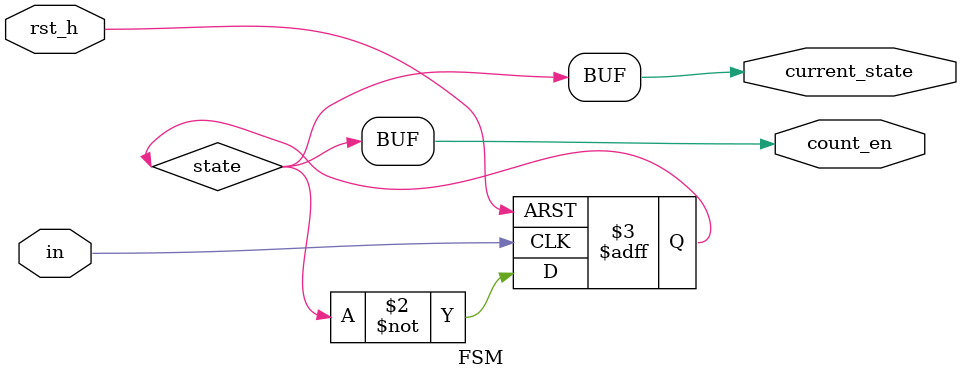
<source format=v>
module FSM(count_en, in, rst_h, current_state);
    output count_en;
    input in;
    input rst_h;
    output current_state;
    reg state;

    always@(posedge in or posedge rst_h)
    if(rst_h)
        state <= 1'b0;
    else
        state <= ~state;
    
    assign current_state = state;
    assign count_en = state;      
    
endmodule
</source>
